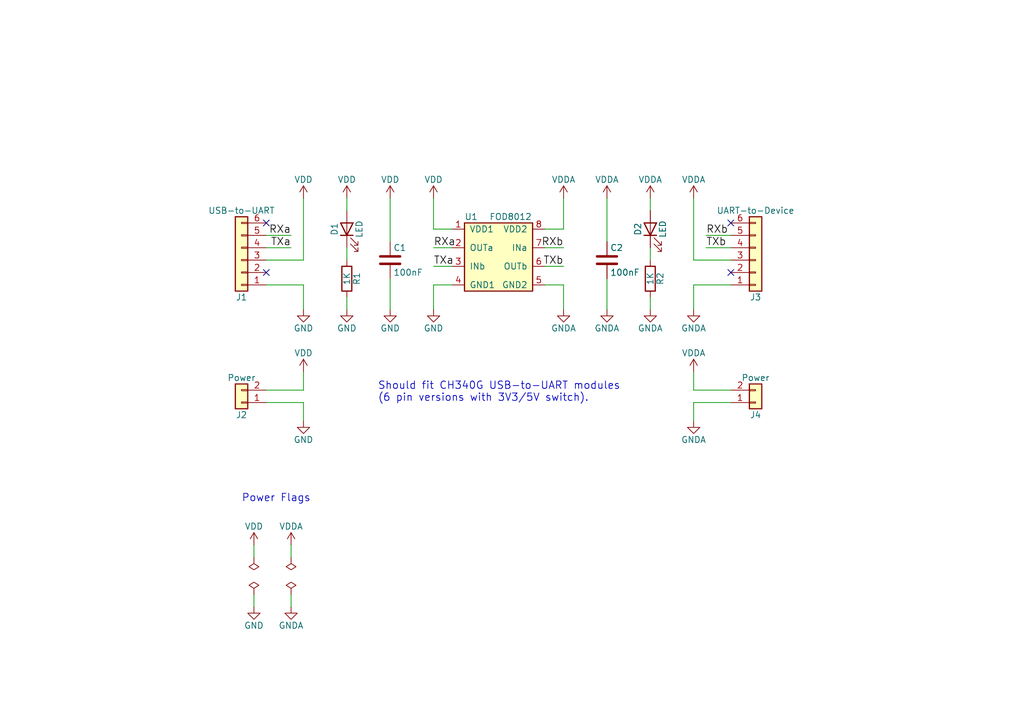
<source format=kicad_sch>
(kicad_sch (version 20231120) (generator "eeschema") (generator_version "8.0")
  (paper "User" 210.007 148.006)
  (lib_symbols
    (symbol "Connector_Generic:Conn_01x02" (pin_names (offset 1.016) hide)
      (property "Reference" "J" (at 0 2.54 0))
      (property "Value" "Conn_01x02" (at 0 -5.08 0))
      (symbol "Conn_01x02_1_1"
        (rectangle (start -1.27 -2.413) (end 0 -2.667) (stroke (width 0.1524)))
        (rectangle (start -1.27 0.127) (end 0 -0.127) (stroke (width 0.1524)))
        (rectangle (start -1.27 1.27) (end 1.27 -3.81) (stroke (width 0.254)) (fill (type background)))
        (pin passive line (at -5.08 0 0) (length 3.81) (name "Pin_1") (number "1"))
        (pin passive line (at -5.08 -2.54 0) (length 3.81) (name "Pin_2") (number "2"))
      )
    )
    (symbol "Connector_Generic:Conn_01x06" (pin_names (offset 1.016) hide)
      (property "Reference" "J" (at 0 7.62 0))
      (property "Value" "Conn_01x06" (at 0 -10.16 0))
      (symbol "Conn_01x06_1_1"
        (rectangle (start -1.27 -7.493) (end 0 -7.747) (stroke (width 0.1524)))
        (rectangle (start -1.27 -4.953) (end 0 -5.207) (stroke (width 0.1524)))
        (rectangle (start -1.27 -2.413) (end 0 -2.667) (stroke (width 0.1524)))
        (rectangle (start -1.27 0.127) (end 0 -0.127) (stroke (width 0.1524)))
        (rectangle (start -1.27 2.667) (end 0 2.413) (stroke (width 0.1524)))
        (rectangle (start -1.27 5.207) (end 0 4.953) (stroke (width 0.1524)))
        (rectangle (start -1.27 6.35) (end 1.27 -8.89) (stroke (width 0.254)) (fill (type background)))
        (pin passive line (at -5.08 5.08 0) (length 3.81) (name "Pin_1") (number "1"))
        (pin passive line (at -5.08 2.54 0) (length 3.81) (name "Pin_2") (number "2"))
        (pin passive line (at -5.08 0 0) (length 3.81) (name "Pin_3") (number "3"))
        (pin passive line (at -5.08 -2.54 0) (length 3.81) (name "Pin_4") (number "4"))
        (pin passive line (at -5.08 -5.08 0) (length 3.81) (name "Pin_5") (number "5"))
        (pin passive line (at -5.08 -7.62 0) (length 3.81) (name "Pin_6") (number "6"))
      )
    )
    (symbol "Device:C" (pin_numbers hide) (pin_names (offset 0.254))
      (property "Reference" "C" (at 0.635 2.54 0))
      (property "Value" "C" (at 0.635 -2.54 0))
      (symbol "C_0_1"
        (polyline (pts (xy -2.032 -0.762) (xy 2.032 -0.762)) (stroke (width 0.508)))
        (polyline (pts (xy -2.032 0.762) (xy 2.032 0.762)) (stroke (width 0.508)))
      )
      (symbol "C_1_1"
        (pin passive line (at 0 3.81 270) (length 2.794) (name "~") (number "1"))
        (pin passive line (at 0 -3.81 90) (length 2.794) (name "~") (number "2"))
      )
    )
    (symbol "Device:LED" (pin_numbers hide) (pin_names (offset 1.016) hide)
      (property "Reference" "D" (at 0 2.54 0))
      (property "Value" "LED" (at 0 -2.54 0))
      (symbol "LED_0_1"
        (polyline (pts (xy -1.27 -1.27) (xy -1.27 1.27)) (stroke (width 0.254)))
        (polyline (pts (xy -1.27 0) (xy 1.27 0)))
        (polyline (pts (xy 1.27 -1.27) (xy 1.27 1.27) (xy -1.27 0) (xy 1.27 -1.27)) (stroke (width 0.254)))
        (polyline (pts (xy -3.048 -0.762) (xy -4.572 -2.286) (xy -3.81 -2.286) (xy -4.572 -2.286) (xy -4.572 -1.524)))
        (polyline (pts (xy -1.778 -0.762) (xy -3.302 -2.286) (xy -2.54 -2.286) (xy -3.302 -2.286) (xy -3.302 -1.524)))
      )
      (symbol "LED_1_1"
        (pin passive line (at -3.81 0 0) (length 2.54) (name "K") (number "1"))
        (pin passive line (at 3.81 0 180) (length 2.54) (name "A") (number "2"))
      )
    )
    (symbol "Device:R" (pin_numbers hide) (pin_names (offset 0))
      (property "Reference" "R" (at 2.032 0 90))
      (property "Value" "R" (at 0 0 90))
      (symbol "R_0_1"
        (rectangle (start -1.016 -2.54) (end 1.016 2.54) (stroke (width 0.254)))
      )
      (symbol "R_1_1"
        (pin passive line (at 0 3.81 270) (length 1.27) (name "~") (number "1"))
        (pin passive line (at 0 -3.81 90) (length 1.27) (name "~") (number "2"))
      )
    )
    (symbol "fod8012:FOD8012" (pin_names (offset 1.016))
      (property "Reference" "U" (at -5.08 5.08 0))
      (property "Value" "FOD8012" (at 0 5.08 0))
      (symbol "FOD8012_0_1"
        (rectangle (start -5.08 3.81) (end 8.89 -10.16) (stroke (width 0.254)) (fill (type background)))
      )
      (symbol "FOD8012_1_1"
        (pin power_in line (at -7.62 2.54 0) (length 2.54) (name "VDD1") (number "1"))
        (pin output line (at -7.62 -1.27 0) (length 2.54) (name "OUTa") (number "2"))
        (pin input line (at -7.62 -5.08 0) (length 2.54) (name "INb") (number "3"))
        (pin power_in line (at -7.62 -8.89 0) (length 2.54) (name "GND1") (number "4"))
        (pin power_in line (at 11.43 -8.89 180) (length 2.54) (name "GND2") (number "5"))
        (pin output line (at 11.43 -5.08 180) (length 2.54) (name "OUTb") (number "6"))
        (pin input line (at 11.43 -1.27 180) (length 2.54) (name "INa") (number "7"))
        (pin power_in line (at 11.43 2.54 180) (length 2.54) (name "VDD2") (number "8"))
      )
    )
    (symbol "power:GND" (power) (pin_numbers hide) (pin_names (offset 0) hide)
      (property "Value" "GND" (at 0 -3.81 0))
      (symbol "GND_0_1"
        (polyline (pts (xy 0 0) (xy 0 -1.27) (xy 1.27 -1.27) (xy 0 -2.54) (xy -1.27 -1.27) (xy 0 -1.27)))
      )
      (symbol "GND_1_1"
        (pin power_in line (at 0 0 270) (length 0) (name "~") (number "1"))
      )
    )
    (symbol "power:GNDA" (power) (pin_numbers hide) (pin_names (offset 0) hide)
      (property "Value" "GNDA" (at 0 -3.81 0))
      (symbol "GNDA_0_1"
        (polyline (pts (xy 0 0) (xy 0 -1.27) (xy 1.27 -1.27) (xy 0 -2.54) (xy -1.27 -1.27) (xy 0 -1.27)))
      )
      (symbol "GNDA_1_1"
        (pin power_in line (at 0 0 270) (length 0) (name "~") (number "1"))
      )
    )
    (symbol "power:PWR_FLAG" (power) (pin_numbers hide) (pin_names (offset 0) hide)
      (property "Value" "PWR_FLAG" (at 0 3.81 0))
      (symbol "PWR_FLAG_0_0"
        (pin power_out line (at 0 0 90) (length 0) (name "~") (number "1"))
      )
      (symbol "PWR_FLAG_0_1"
        (polyline (pts (xy 0 0) (xy 0 1.27) (xy -1.016 1.905) (xy 0 2.54) (xy 1.016 1.905) (xy 0 1.27)))
      )
    )
    (symbol "power:VDD" (power) (pin_numbers hide) (pin_names (offset 0) hide)
      (property "Value" "VDD" (at 0 3.556 0))
      (symbol "VDD_0_1"
        (polyline (pts (xy -0.762 1.27) (xy 0 2.54)))
        (polyline (pts (xy 0 0) (xy 0 2.54)))
        (polyline (pts (xy 0 2.54) (xy 0.762 1.27)))
      )
      (symbol "VDD_1_1"
        (pin power_in line (at 0 0 90) (length 0) (name "~") (number "1"))
      )
    )
    (symbol "power:VDDA" (power) (pin_numbers hide) (pin_names (offset 0) hide)
      (property "Value" "VDDA" (at 0 3.556 0))
      (symbol "VDDA_0_1"
        (polyline (pts (xy -0.762 1.27) (xy 0 2.54)))
        (polyline (pts (xy 0 0) (xy 0 2.54)))
        (polyline (pts (xy 0 2.54) (xy 0.762 1.27)))
      )
      (symbol "VDDA_1_1"
        (pin power_in line (at 0 0 90) (length 0) (name "~") (number "1"))
      )
    )
  )
  (no_connect (at 54.61 55.88))
  (no_connect (at 149.86 55.88))
  (no_connect (at 54.61 45.72))
  (no_connect (at 149.86 45.72))
  (wire (pts (xy 142.24 82.55) (xy 142.24 86.36)))
  (wire (pts (xy 71.12 43.18) (xy 71.12 40.64)))
  (wire (pts (xy 54.61 80.01) (xy 62.23 80.01)))
  (wire (pts (xy 88.9 58.42) (xy 88.9 63.5)))
  (wire (pts (xy 52.07 121.92) (xy 52.07 124.46)))
  (wire (pts (xy 133.35 50.8) (xy 133.35 53.34)))
  (wire (pts (xy 142.24 80.01) (xy 142.24 76.2)))
  (wire (pts (xy 54.61 58.42) (xy 62.23 58.42)))
  (wire (pts (xy 92.71 50.8) (xy 88.9 50.8)))
  (wire (pts (xy 62.23 82.55) (xy 62.23 86.36)))
  (wire (pts (xy 144.78 48.26) (xy 149.86 48.26)))
  (wire (pts (xy 111.76 58.42) (xy 115.57 58.42)))
  (wire (pts (xy 115.57 58.42) (xy 115.57 63.5)))
  (wire (pts (xy 80.01 40.64) (xy 80.01 49.53)))
  (wire (pts (xy 149.86 50.8) (xy 144.78 50.8)))
  (wire (pts (xy 71.12 53.34) (xy 71.12 50.8)))
  (wire (pts (xy 62.23 58.42) (xy 62.23 63.5)))
  (wire (pts (xy 142.24 80.01) (xy 149.86 80.01)))
  (wire (pts (xy 59.69 121.92) (xy 59.69 124.46)))
  (wire (pts (xy 54.61 82.55) (xy 62.23 82.55)))
  (wire (pts (xy 142.24 40.64) (xy 142.24 53.34)))
  (wire (pts (xy 124.46 40.64) (xy 124.46 49.53)))
  (wire (pts (xy 59.69 111.76) (xy 59.69 114.3)))
  (wire (pts (xy 111.76 54.61) (xy 115.57 54.61)))
  (wire (pts (xy 62.23 40.64) (xy 62.23 53.34)))
  (wire (pts (xy 149.86 82.55) (xy 142.24 82.55)))
  (wire (pts (xy 92.71 54.61) (xy 88.9 54.61)))
  (wire (pts (xy 133.35 60.96) (xy 133.35 63.5)))
  (wire (pts (xy 88.9 46.99) (xy 92.71 46.99)))
  (wire (pts (xy 115.57 40.64) (xy 115.57 46.99)))
  (wire (pts (xy 124.46 57.15) (xy 124.46 63.5)))
  (wire (pts (xy 142.24 53.34) (xy 149.86 53.34)))
  (wire (pts (xy 111.76 50.8) (xy 115.57 50.8)))
  (wire (pts (xy 142.24 58.42) (xy 149.86 58.42)))
  (wire (pts (xy 54.61 50.8) (xy 59.69 50.8)))
  (wire (pts (xy 62.23 53.34) (xy 54.61 53.34)))
  (wire (pts (xy 54.61 48.26) (xy 59.69 48.26)))
  (wire (pts (xy 133.35 40.64) (xy 133.35 43.18)))
  (wire (pts (xy 62.23 80.01) (xy 62.23 76.2)))
  (wire (pts (xy 92.71 58.42) (xy 88.9 58.42)))
  (wire (pts (xy 52.07 111.76) (xy 52.07 114.3)))
  (wire (pts (xy 115.57 46.99) (xy 111.76 46.99)))
  (wire (pts (xy 80.01 57.15) (xy 80.01 63.5)))
  (wire (pts (xy 71.12 60.96) (xy 71.12 63.5)))
  (wire (pts (xy 88.9 40.64) (xy 88.9 46.99)))
  (wire (pts (xy 142.24 58.42) (xy 142.24 63.5)))
  (text "Power Flags" (at 49.53 103.124 0) (effects (font (size 1.524 1.524)) (justify left bottom)))
  (text "Should fit CH340G USB-to-UART modules \n(6 pin versions with 3V3/5V switch)." (at 77.47 82.55 0) (effects (font (size 1.524 1.524)) (justify left bottom)))
  (label "RXb" (at 115.57 50.8 180) (effects (font (size 1.524 1.524))))
  (label "TXa" (at 59.69 50.8 180) (effects (font (size 1.524 1.524))))
  (label "RXa" (at 59.69 48.26 180) (effects (font (size 1.524 1.524))))
  (label "RXa" (at 88.9 50.8 0) (effects (font (size 1.524 1.524))))
  (label "TXb" (at 115.57 54.61 180) (effects (font (size 1.524 1.524))))
  (label "RXb" (at 144.78 48.26 0) (effects (font (size 1.524 1.524))))
  (label "TXb" (at 144.78 50.8 0) (effects (font (size 1.524 1.524))))
  (label "TXa" (at 88.9 54.61 0) (effects (font (size 1.524 1.524))))
  (symbol (lib_id "fod8012:FOD8012") (at 100.33 49.53 0) (unit 1)
    (property "Reference" "U1" (at 95.25 44.45 0) (effects (justify left)))
    (property "Value" "FOD8012" (at 100.33 44.45 0) (effects (justify left)))
    (property "Footprint" "SMD_Packages:SOIC-8-N" (effects (hide yes)))
    (property "Datasheet" "http://www.fairchildsemi.com/ds/FO/FOD8012.pdf" (effects (hide yes)))
    (property "Description" "High CMR, Bi-Directional, Logic Gate Optocoupler, SOIC8" (effects (hide yes)))
  )
  (symbol (lib_id "power:GND") (at 88.9 63.5 0) (unit 1)
    (property "Reference" "#PWR01" (effects (hide yes)))
    (property "Value" "GND" (at 88.9 67.31 0))
    (property "Description" "Power symbol creates a global label with name \"GND\" , ground" (effects (hide yes)))
  )
  (symbol (lib_id "power:GNDA") (at 115.57 63.5 0) (unit 1)
    (property "Reference" "#PWR02" (effects (hide yes)))
    (property "Value" "GNDA" (at 115.57 67.31 0))
    (property "Description" "Power symbol creates a global label with name \"GNDA\" , analog ground" (effects (hide yes)))
  )
  (symbol (lib_id "power:VDD") (at 88.9 40.64 0) (unit 1)
    (property "Reference" "#PWR03" (effects (hide yes)))
    (property "Value" "VDD" (at 88.9 36.83 0))
    (property "Description" "Power symbol creates a global label with name \"VDD\"" (effects (hide yes)))
  )
  (symbol (lib_id "power:VDDA") (at 115.57 40.64 0) (unit 1)
    (property "Reference" "#PWR04" (effects (hide yes)))
    (property "Value" "VDDA" (at 115.57 36.83 0))
    (property "Description" "Power symbol creates a global label with name \"VDDA\"" (effects (hide yes)))
  )
  (symbol (lib_id "Connector_Generic:Conn_01x06") (at 49.53 53.34 180) (unit 1)
    (property "Reference" "J1" (at 49.53 60.96 0))
    (property "Value" "USB-to-UART" (at 49.53 43.18 0))
    (property "Footprint" "Connector_PinHeader_2.54mm:PinHeader_1x06_P2.54mm_Vertical" (effects (hide yes)))
    (property "Description" "Generic connector, single row, 01x06, script generated (kicad-library-utils/schlib/autogen/connector/)" (effects (hide yes)))
  )
  (symbol (lib_id "power:GND") (at 62.23 63.5 0) (unit 1)
    (property "Reference" "#PWR05" (effects (hide yes)))
    (property "Value" "GND" (at 62.23 67.31 0))
    (property "Description" "Power symbol creates a global label with name \"GND\" , ground" (effects (hide yes)))
  )
  (symbol (lib_id "power:VDD") (at 62.23 40.64 0) (unit 1)
    (property "Reference" "#PWR06" (effects (hide yes)))
    (property "Value" "VDD" (at 62.23 36.83 0))
    (property "Description" "Power symbol creates a global label with name \"VDD\"" (effects (hide yes)))
  )
  (symbol (lib_id "Connector_Generic:Conn_01x06") (at 154.94 53.34 0) (mirror x) (unit 1)
    (property "Reference" "J3" (at 154.94 60.96 0))
    (property "Value" "UART-to-Device" (at 154.94 43.18 0))
    (property "Footprint" "Connector_PinHeader_2.54mm:PinHeader_1x06_P2.54mm_Vertical" (effects (hide yes)))
    (property "Description" "Generic connector, single row, 01x06, script generated (kicad-library-utils/schlib/autogen/connector/)" (effects (hide yes)))
  )
  (symbol (lib_id "power:VDDA") (at 142.24 40.64 0) (unit 1)
    (property "Reference" "#PWR07" (effects (hide yes)))
    (property "Value" "VDDA" (at 142.24 36.83 0))
    (property "Description" "Power symbol creates a global label with name \"VDDA\"" (effects (hide yes)))
  )
  (symbol (lib_id "power:GNDA") (at 142.24 63.5 0) (unit 1)
    (property "Reference" "#PWR08" (effects (hide yes)))
    (property "Value" "GNDA" (at 142.24 67.31 0))
    (property "Description" "Power symbol creates a global label with name \"GNDA\" , analog ground" (effects (hide yes)))
  )
  (symbol (lib_id "power:VDD") (at 80.01 40.64 0) (unit 1)
    (property "Reference" "#PWR09" (effects (hide yes)))
    (property "Value" "VDD" (at 80.01 36.83 0))
    (property "Description" "Power symbol creates a global label with name \"VDD\"" (effects (hide yes)))
  )
  (symbol (lib_id "power:GND") (at 80.01 63.5 0) (unit 1)
    (property "Reference" "#PWR010" (effects (hide yes)))
    (property "Value" "GND" (at 80.01 67.31 0))
    (property "Description" "Power symbol creates a global label with name \"GND\" , ground" (effects (hide yes)))
  )
  (symbol (lib_id "Device:C") (at 80.01 53.34 0) (unit 1)
    (property "Reference" "C1" (at 80.645 50.8 0) (effects (justify left)))
    (property "Value" "100nF" (at 80.645 55.88 0) (effects (justify left)))
    (property "Footprint" "Capacitor_SMD:C_0805_2012Metric_Pad1.18x1.45mm_HandSolder" (effects (hide yes)))
    (property "Description" "Unpolarized capacitor" (effects (hide yes)))
  )
  (symbol (lib_id "Device:C") (at 124.46 53.34 0) (unit 1)
    (property "Reference" "C2" (at 125.095 50.8 0) (effects (justify left)))
    (property "Value" "100nF" (at 125.095 55.88 0) (effects (justify left)))
    (property "Footprint" "Capacitor_SMD:C_0805_2012Metric_Pad1.18x1.45mm_HandSolder" (effects (hide yes)))
    (property "Description" "Unpolarized capacitor" (effects (hide yes)))
  )
  (symbol (lib_id "power:VDDA") (at 124.46 40.64 0) (unit 1)
    (property "Reference" "#PWR011" (effects (hide yes)))
    (property "Value" "VDDA" (at 124.46 36.83 0))
    (property "Description" "Power symbol creates a global label with name \"VDDA\"" (effects (hide yes)))
  )
  (symbol (lib_id "power:GNDA") (at 124.46 63.5 0) (unit 1)
    (property "Reference" "#PWR012" (effects (hide yes)))
    (property "Value" "GNDA" (at 124.46 67.31 0))
    (property "Description" "Power symbol creates a global label with name \"GNDA\" , analog ground" (effects (hide yes)))
  )
  (symbol (lib_id "power:VDD") (at 71.12 40.64 0) (unit 1)
    (property "Reference" "#PWR013" (effects (hide yes)))
    (property "Value" "VDD" (at 71.12 36.83 0))
    (property "Description" "Power symbol creates a global label with name \"VDD\"" (effects (hide yes)))
  )
  (symbol (lib_id "power:GND") (at 71.12 63.5 0) (unit 1)
    (property "Reference" "#PWR014" (effects (hide yes)))
    (property "Value" "GND" (at 71.12 67.31 0))
    (property "Description" "Power symbol creates a global label with name \"GND\" , ground" (effects (hide yes)))
  )
  (symbol (lib_id "Device:LED") (at 71.12 46.99 90) (unit 1)
    (property "Reference" "D1" (at 68.58 46.99 0))
    (property "Value" "LED" (at 73.66 46.99 0))
    (property "Footprint" "LED_SMD:LED_0805_2012Metric_Pad1.15x1.40mm_HandSolder" (effects (hide yes)))
    (property "Description" "Light emitting diode" (effects (hide yes)))
  )
  (symbol (lib_id "Device:R") (at 71.12 57.15 0) (unit 1)
    (property "Reference" "R1" (at 73.152 57.15 90))
    (property "Value" "1K" (at 71.12 57.15 90))
    (property "Footprint" "Resistor_SMD:R_0805_2012Metric_Pad1.20x1.40mm_HandSolder" (effects (hide yes)))
    (property "Description" "Resistor" (effects (hide yes)))
  )
  (symbol (lib_id "Device:R") (at 133.35 57.15 0) (unit 1)
    (property "Reference" "R2" (at 135.382 57.15 90))
    (property "Value" "1K" (at 133.35 57.15 90))
    (property "Footprint" "Resistor_SMD:R_0805_2012Metric_Pad1.20x1.40mm_HandSolder" (effects (hide yes)))
    (property "Description" "Resistor" (effects (hide yes)))
  )
  (symbol (lib_id "power:GNDA") (at 133.35 63.5 0) (unit 1)
    (property "Reference" "#PWR015" (effects (hide yes)))
    (property "Value" "GNDA" (at 133.35 67.31 0))
    (property "Description" "Power symbol creates a global label with name \"GNDA\" , analog ground" (effects (hide yes)))
  )
  (symbol (lib_id "power:VDDA") (at 133.35 40.64 0) (unit 1)
    (property "Reference" "#PWR016" (effects (hide yes)))
    (property "Value" "VDDA" (at 133.35 36.83 0))
    (property "Description" "Power symbol creates a global label with name \"VDDA\"" (effects (hide yes)))
  )
  (symbol (lib_id "Device:LED") (at 133.35 46.99 90) (unit 1)
    (property "Reference" "D2" (at 130.81 46.99 0))
    (property "Value" "LED" (at 135.89 46.99 0))
    (property "Footprint" "LED_SMD:LED_0805_2012Metric_Pad1.15x1.40mm_HandSolder" (effects (hide yes)))
    (property "Description" "Light emitting diode" (effects (hide yes)))
  )
  (symbol (lib_id "Connector_Generic:Conn_01x02") (at 49.53 82.55 180) (unit 1)
    (property "Reference" "J2" (at 49.53 85.09 0))
    (property "Value" "Power" (at 49.53 77.47 0))
    (property "Footprint" "Connector_PinHeader_2.54mm:PinHeader_1x02_P2.54mm_Vertical" (effects (hide yes)))
    (property "Description" "Generic connector, single row, 01x02, script generated (kicad-library-utils/schlib/autogen/connector/)" (effects (hide yes)))
  )
  (symbol (lib_id "power:GND") (at 62.23 86.36 0) (unit 1)
    (property "Reference" "#PWR017" (effects (hide yes)))
    (property "Value" "GND" (at 62.23 90.17 0))
    (property "Description" "Power symbol creates a global label with name \"GND\" , ground" (effects (hide yes)))
  )
  (symbol (lib_id "power:VDD") (at 62.23 76.2 0) (unit 1)
    (property "Reference" "#PWR018" (effects (hide yes)))
    (property "Value" "VDD" (at 62.23 72.39 0))
    (property "Description" "Power symbol creates a global label with name \"VDD\"" (effects (hide yes)))
  )
  (symbol (lib_id "Connector_Generic:Conn_01x02") (at 154.94 82.55 0) (mirror x) (unit 1)
    (property "Reference" "J4" (at 154.94 85.09 0))
    (property "Value" "Power" (at 154.94 77.47 0))
    (property "Footprint" "Connector_PinHeader_2.54mm:PinHeader_1x02_P2.54mm_Vertical" (effects (hide yes)))
    (property "Description" "Generic connector, single row, 01x02, script generated (kicad-library-utils/schlib/autogen/connector/)" (effects (hide yes)))
  )
  (symbol (lib_id "power:VDDA") (at 142.24 76.2 0) (unit 1)
    (property "Reference" "#PWR019" (effects (hide yes)))
    (property "Value" "VDDA" (at 142.24 72.39 0))
    (property "Description" "Power symbol creates a global label with name \"VDDA\"" (effects (hide yes)))
  )
  (symbol (lib_id "power:GNDA") (at 142.24 86.36 0) (unit 1)
    (property "Reference" "#PWR020" (effects (hide yes)))
    (property "Value" "GNDA" (at 142.24 90.17 0))
    (property "Description" "Power symbol creates a global label with name \"GNDA\" , analog ground" (effects (hide yes)))
  )
  (symbol (lib_id "power:VDD") (at 52.07 111.76 0) (unit 1)
    (property "Reference" "#PWR021" (effects (hide yes)))
    (property "Value" "VDD" (at 52.07 107.95 0))
    (property "Description" "Power symbol creates a global label with name \"VDD\"" (effects (hide yes)))
  )
  (symbol (lib_id "power:VDDA") (at 59.69 111.76 0) (unit 1)
    (property "Reference" "#PWR023" (effects (hide yes)))
    (property "Value" "VDDA" (at 59.69 107.95 0))
    (property "Description" "Power symbol creates a global label with name \"VDDA\"" (effects (hide yes)))
  )
  (symbol (lib_id "power:PWR_FLAG") (at 59.69 114.3 180) (unit 1)
    (property "Reference" "#FLG03" (effects (hide yes)))
    (property "Value" "PWR_FLAG" (effects (hide yes)))
    (property "Description" "Special symbol for telling ERC where power comes from" (effects (hide yes)))
  )
  (symbol (lib_id "power:GND") (at 52.07 124.46 0) (unit 1)
    (property "Reference" "#PWR022" (effects (hide yes)))
    (property "Value" "GND" (at 52.07 128.27 0))
    (property "Description" "Power symbol creates a global label with name \"GND\" , ground" (effects (hide yes)))
  )
  (symbol (lib_id "power:GNDA") (at 59.69 124.46 0) (unit 1)
    (property "Reference" "#PWR024" (effects (hide yes)))
    (property "Value" "GNDA" (at 59.69 128.27 0))
    (property "Description" "Power symbol creates a global label with name \"GNDA\" , analog ground" (effects (hide yes)))
  )
  (symbol (lib_id "power:PWR_FLAG") (at 52.07 114.3 180) (unit 1)
    (property "Reference" "#FLG04" (effects (hide yes)))
    (property "Value" "PWR_FLAG" (effects (hide yes)))
    (property "Description" "Special symbol for telling ERC where power comes from" (effects (hide yes)))
  )
  (symbol (lib_id "power:PWR_FLAG") (at 59.69 121.92 0) (unit 1)
    (property "Reference" "#FLG02" (effects (hide yes)))
    (property "Value" "PWR_FLAG" (effects (hide yes)))
    (property "Description" "Special symbol for telling ERC where power comes from" (effects (hide yes)))
  )
  (symbol (lib_id "power:PWR_FLAG") (at 52.07 121.92 0) (unit 1)
    (property "Reference" "#FLG01" (effects (hide yes)))
    (property "Value" "PWR_FLAG" (effects (hide yes)))
    (property "Description" "Special symbol for telling ERC where power comes from" (effects (hide yes)))
  )
)
</source>
